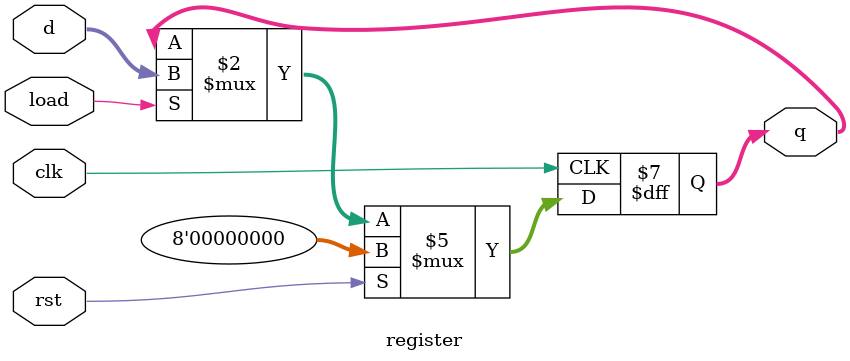
<source format=v>
`timescale 1ns / 1ps


module register(clk, rst, load, d, q);
    parameter WIDTH = 8;
    
    input clk, rst, load;
    input [WIDTH-1:0] d;
    output reg [WIDTH-1:0] q;
    
    always@(posedge clk) begin
        if(rst) q <= 0;
        else if(load)   q <= d;
    end
endmodule

</source>
